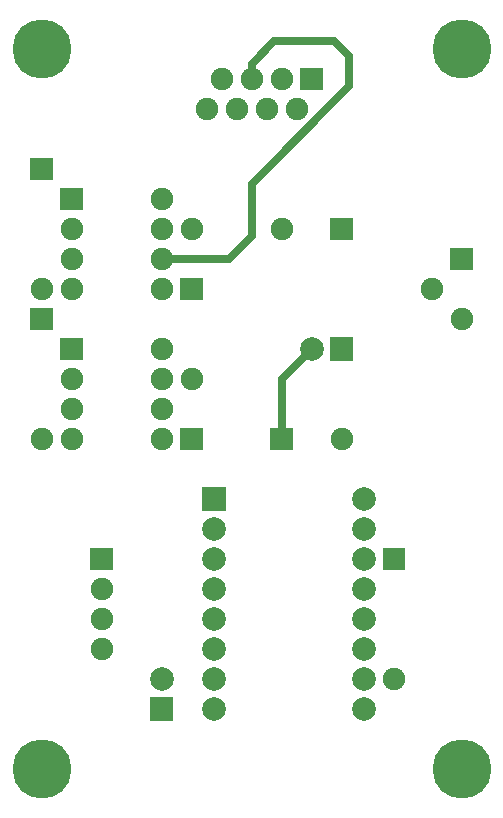
<source format=gbr>
G04 start of page 4 for group 5 idx 7 *
G04 Title: driver, jumper *
G04 Creator: pcb 20140316 *
G04 CreationDate: Sat 06 Feb 2016 05:22:22 PM GMT UTC *
G04 For: veox *
G04 Format: Gerber/RS-274X *
G04 PCB-Dimensions (mil): 1800.00 3000.00 *
G04 PCB-Coordinate-Origin: lower left *
%MOIN*%
%FSLAX25Y25*%
%LNGROUP5*%
%ADD37C,0.0630*%
%ADD36C,0.0394*%
%ADD35C,0.0315*%
%ADD34C,0.1181*%
%ADD33C,0.1969*%
%ADD32C,0.0787*%
%ADD31C,0.0750*%
%ADD30C,0.0001*%
%ADD29C,0.0250*%
G54D29*X90000Y215000D02*X122500Y247500D01*
Y257500D01*
X117500Y262500D01*
X97500D01*
X90000Y255000D01*
Y250000D01*
X60000Y190000D02*X82500D01*
X90000Y197500D01*
Y215000D01*
X100000Y130000D02*Y150000D01*
X110000Y160000D01*
G54D30*G36*
X116250Y203750D02*Y196250D01*
X123750D01*
Y203750D01*
X116250D01*
G37*
G54D31*X100000Y200000D03*
G54D30*G36*
X96250Y133750D02*Y126250D01*
X103750D01*
Y133750D01*
X96250D01*
G37*
G54D31*X120000Y130000D03*
G54D32*X110000Y160000D03*
G54D30*G36*
X116063Y163937D02*Y156063D01*
X123937D01*
Y163937D01*
X116063D01*
G37*
G36*
X156250Y193750D02*Y186250D01*
X163750D01*
Y193750D01*
X156250D01*
G37*
G54D31*X150000Y180000D03*
X160000Y170000D03*
G54D32*X127500Y40000D03*
Y50000D03*
G54D31*X137500D03*
G54D32*X127500Y60000D03*
Y70000D03*
Y80000D03*
Y90000D03*
Y100000D03*
Y110000D03*
G54D30*G36*
X133750Y93750D02*Y86250D01*
X141250D01*
Y93750D01*
X133750D01*
G37*
G54D31*X95000Y240000D03*
X90000Y250000D03*
X85000Y240000D03*
X80000Y250000D03*
G54D30*G36*
X106250Y253750D02*Y246250D01*
X113750D01*
Y253750D01*
X106250D01*
G37*
G54D31*X105000Y240000D03*
X100000Y250000D03*
X75000Y240000D03*
X70000Y200000D03*
G54D30*G36*
X26250Y213750D02*Y206250D01*
X33750D01*
Y213750D01*
X26250D01*
G37*
G54D31*X30000Y200000D03*
Y190000D03*
X60000Y200000D03*
Y210000D03*
G54D30*G36*
X16250Y223750D02*Y216250D01*
X23750D01*
Y223750D01*
X16250D01*
G37*
G36*
X66250Y183750D02*Y176250D01*
X73750D01*
Y183750D01*
X66250D01*
G37*
G54D31*X60000Y180000D03*
Y190000D03*
X30000Y180000D03*
G54D30*G36*
X26250Y163750D02*Y156250D01*
X33750D01*
Y163750D01*
X26250D01*
G37*
G54D31*X30000Y150000D03*
Y140000D03*
Y130000D03*
G54D30*G36*
X16250Y173750D02*Y166250D01*
X23750D01*
Y173750D01*
X16250D01*
G37*
G54D31*X20000Y180000D03*
X60000Y130000D03*
Y140000D03*
Y150000D03*
Y160000D03*
X70000Y150000D03*
X20000Y130000D03*
G54D30*G36*
X66250Y133750D02*Y126250D01*
X73750D01*
Y133750D01*
X66250D01*
G37*
G36*
X73563Y113937D02*Y106063D01*
X81437D01*
Y113937D01*
X73563D01*
G37*
G36*
X36250Y93750D02*Y86250D01*
X43750D01*
Y93750D01*
X36250D01*
G37*
G54D31*X40000Y80000D03*
Y70000D03*
Y60000D03*
G54D32*X77500Y100000D03*
Y90000D03*
Y80000D03*
Y70000D03*
Y60000D03*
Y50000D03*
Y40000D03*
G54D30*G36*
X56063Y43937D02*Y36063D01*
X63937D01*
Y43937D01*
X56063D01*
G37*
G54D32*X60000Y50000D03*
G54D33*X160000Y260000D03*
X20000D03*
Y20000D03*
X160000D03*
G54D34*G54D35*G54D36*G54D35*G54D37*G54D35*M02*

</source>
